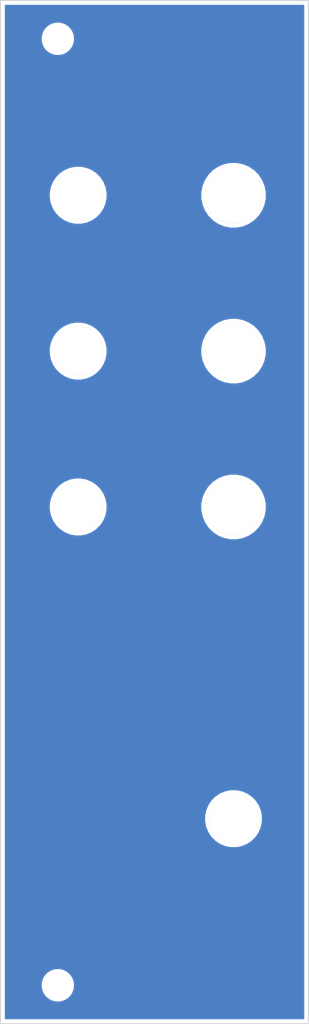
<source format=kicad_pcb>
(kicad_pcb (version 20171130) (host pcbnew 5.1.10)

  (general
    (thickness 1.6)
    (drawings 13)
    (tracks 0)
    (zones 0)
    (modules 9)
    (nets 1)
  )

  (page A4)
  (title_block
    (title pegel)
    (date 2020-09-20)
    (rev 02)
    (comment 1 "PCB for panel")
    (comment 2 "voltage controlled attenuator and ring modulator")
    (comment 4 "License CC BY 4.0 - Attribution 4.0 International")
  )

  (layers
    (0 F.Cu signal)
    (31 B.Cu signal)
    (32 B.Adhes user)
    (33 F.Adhes user)
    (34 B.Paste user)
    (35 F.Paste user)
    (36 B.SilkS user)
    (37 F.SilkS user)
    (38 B.Mask user)
    (39 F.Mask user)
    (40 Dwgs.User user)
    (41 Cmts.User user)
    (42 Eco1.User user)
    (43 Eco2.User user)
    (44 Edge.Cuts user)
    (45 Margin user)
    (46 B.CrtYd user)
    (47 F.CrtYd user)
    (48 B.Fab user)
    (49 F.Fab user)
  )

  (setup
    (last_trace_width 0.25)
    (trace_clearance 0.2)
    (zone_clearance 0.508)
    (zone_45_only no)
    (trace_min 0.2)
    (via_size 0.8)
    (via_drill 0.4)
    (via_min_size 0.4)
    (via_min_drill 0.3)
    (uvia_size 0.3)
    (uvia_drill 0.1)
    (uvias_allowed no)
    (uvia_min_size 0.2)
    (uvia_min_drill 0.1)
    (edge_width 0.05)
    (segment_width 0.2)
    (pcb_text_width 0.3)
    (pcb_text_size 1.5 1.5)
    (mod_edge_width 0.12)
    (mod_text_size 1 1)
    (mod_text_width 0.15)
    (pad_size 5 5)
    (pad_drill 0)
    (pad_to_mask_clearance 0.051)
    (solder_mask_min_width 0.25)
    (aux_axis_origin 0 0)
    (visible_elements 7FFFFFFF)
    (pcbplotparams
      (layerselection 0x010f0_ffffffff)
      (usegerberextensions false)
      (usegerberattributes false)
      (usegerberadvancedattributes false)
      (creategerberjobfile false)
      (excludeedgelayer true)
      (linewidth 0.100000)
      (plotframeref false)
      (viasonmask false)
      (mode 1)
      (useauxorigin false)
      (hpglpennumber 1)
      (hpglpenspeed 20)
      (hpglpendiameter 15.000000)
      (psnegative false)
      (psa4output false)
      (plotreference true)
      (plotvalue true)
      (plotinvisibletext false)
      (padsonsilk false)
      (subtractmaskfromsilk false)
      (outputformat 1)
      (mirror false)
      (drillshape 0)
      (scaleselection 1)
      (outputdirectory "gerbers/"))
  )

  (net 0 "")

  (net_class Default "This is the default net class."
    (clearance 0.2)
    (trace_width 0.25)
    (via_dia 0.8)
    (via_drill 0.4)
    (uvia_dia 0.3)
    (uvia_drill 0.1)
  )

  (module MountingHole:MountingHole_3.2mm_M3 (layer F.Cu) (tedit 56D1B4CB) (tstamp 5EB6B789)
    (at 32.9 153.8)
    (descr "Mounting Hole 3.2mm, no annular, M3")
    (tags "mounting hole 3.2mm no annular m3")
    (path /5EB6675B)
    (attr virtual)
    (fp_text reference H12 (at 0 -4.2) (layer F.SilkS) hide
      (effects (font (size 1 1) (thickness 0.15)))
    )
    (fp_text value MountingHole (at 0 4.2) (layer F.Fab) hide
      (effects (font (size 1 1) (thickness 0.15)))
    )
    (fp_text user %R (at 0.3 0) (layer F.Fab) hide
      (effects (font (size 1 1) (thickness 0.15)))
    )
    (fp_circle (center 0 0) (end 3.2 0) (layer Cmts.User) (width 0.15))
    (fp_circle (center 0 0) (end 3.45 0) (layer F.CrtYd) (width 0.05))
    (pad 1 np_thru_hole circle (at 0 0) (size 3.2 3.2) (drill 3.2) (layers *.Cu *.Mask))
  )

  (module MountingHole:MountingHole_3.2mm_M3 (layer F.Cu) (tedit 56D1B4CB) (tstamp 5EB6B781)
    (at 32.9 30.4)
    (descr "Mounting Hole 3.2mm, no annular, M3")
    (tags "mounting hole 3.2mm no annular m3")
    (path /5EB66265)
    (attr virtual)
    (fp_text reference H11 (at 0 -4.2) (layer F.SilkS) hide
      (effects (font (size 1 1) (thickness 0.15)))
    )
    (fp_text value MountingHole (at 0 4.2) (layer F.Fab) hide
      (effects (font (size 1 1) (thickness 0.15)))
    )
    (fp_text user %R (at 0.3 0) (layer F.Fab) hide
      (effects (font (size 1 1) (thickness 0.15)))
    )
    (fp_circle (center 0 0) (end 3.2 0) (layer Cmts.User) (width 0.15))
    (fp_circle (center 0 0) (end 3.45 0) (layer F.CrtYd) (width 0.05))
    (pad 1 np_thru_hole circle (at 0 0) (size 3.2 3.2) (drill 3.2) (layers *.Cu *.Mask))
  )

  (module elektrophon:panel_jack (layer F.Cu) (tedit 60A0E3B3) (tstamp 5D6B4C03)
    (at 55.88 132.08)
    (descr "Mounting Hole 8.4mm, no annular, M8")
    (tags "mounting hole 8.4mm no annular m8")
    (path /5D6B07F8)
    (attr virtual)
    (fp_text reference H5 (at 0 -9.4) (layer F.SilkS) hide
      (effects (font (size 1 1) (thickness 0.15)))
    )
    (fp_text value out1 (at 0 12.7) (layer F.Mask) hide
      (effects (font (size 2 1.4) (thickness 0.25)))
    )
    (fp_text user %R (at 0.3 0) (layer F.Fab) hide
      (effects (font (size 1 1) (thickness 0.15)))
    )
    (fp_circle (center 0 0) (end 4.2 0) (layer F.CrtYd) (width 0.05))
    (fp_circle (center 0 0) (end 4 0) (layer Cmts.User) (width 0.15))
    (pad "" thru_hole circle (at 0 0) (size 6.4 6.4) (drill 6.4) (layers *.Cu *.Mask))
    (model "${KIPRJMOD}/../../../lib/kicad/models/PJ301M-12 Thonkiconn v0.2.stp"
      (offset (xyz 0 0.8 -10.5))
      (scale (xyz 1 1 1))
      (rotate (xyz 0 0 0))
    )
  )

  (module elektrophon:panel_potentiometer (layer F.Cu) (tedit 60A0E3DF) (tstamp 5EADD279)
    (at 55.88 50.8)
    (descr "Mounting Hole 8.4mm, no annular, M8")
    (tags "mounting hole 8.4mm no annular m8")
    (path /5D6AFC22)
    (attr virtual)
    (fp_text reference H2 (at 0 -7.62) (layer F.SilkS) hide
      (effects (font (size 1 1) (thickness 0.15)))
    )
    (fp_text value vol1 (at 0 10.795 180) (layer F.Mask) hide
      (effects (font (size 2 1.4) (thickness 0.25)))
    )
    (fp_text user %R (at 0.3 0) (layer F.Fab) hide
      (effects (font (size 1 1) (thickness 0.15)))
    )
    (fp_circle (center 0 0) (end 6.6 0) (layer F.CrtYd) (width 0.05))
    (fp_circle (center 0 0) (end 6.35 0) (layer Cmts.User) (width 0.15))
    (pad "" thru_hole circle (at 0 0) (size 7.4 7.4) (drill 7.4) (layers *.Cu *.Mask))
    (model ${KIPRJMOD}/../../../lib/kicad/models/ALPHA-RD901F-40.step
      (offset (xyz 0 0.5 -12))
      (scale (xyz 1 1 1))
      (rotate (xyz 0 0 0))
    )
  )

  (module elektrophon:panel_jack (layer F.Cu) (tedit 60A0E3B3) (tstamp 5EADD271)
    (at 35.56 50.8)
    (descr "Mounting Hole 8.4mm, no annular, M8")
    (tags "mounting hole 8.4mm no annular m8")
    (path /5D6B047C)
    (attr virtual)
    (fp_text reference H1 (at 0 -9.4) (layer F.SilkS) hide
      (effects (font (size 1 1) (thickness 0.15)))
    )
    (fp_text value in1 (at 0 6.35) (layer F.Mask) hide
      (effects (font (size 2 1.4) (thickness 0.25)))
    )
    (fp_text user %R (at 0.3 0) (layer F.Fab) hide
      (effects (font (size 1 1) (thickness 0.15)))
    )
    (fp_circle (center 0 0) (end 4.2 0) (layer F.CrtYd) (width 0.05))
    (fp_circle (center 0 0) (end 4 0) (layer Cmts.User) (width 0.15))
    (pad "" thru_hole circle (at 0 0) (size 6.4 6.4) (drill 6.4) (layers *.Cu *.Mask))
    (model "${KIPRJMOD}/../../../lib/kicad/models/PJ301M-12 Thonkiconn v0.2.stp"
      (offset (xyz 0 0.8 -10.5))
      (scale (xyz 1 1 1))
      (rotate (xyz 0 0 0))
    )
  )

  (module elektrophon:panel_potentiometer (layer F.Cu) (tedit 60A0E3DF) (tstamp 5EADD163)
    (at 55.88 91.44)
    (descr "Mounting Hole 8.4mm, no annular, M8")
    (tags "mounting hole 8.4mm no annular m8")
    (path /5EADA36C)
    (attr virtual)
    (fp_text reference H7 (at 0 -7.62) (layer F.SilkS) hide
      (effects (font (size 1 1) (thickness 0.15)))
    )
    (fp_text value vol3 (at 0 10.795 180) (layer F.Mask) hide
      (effects (font (size 2 1.4) (thickness 0.25)))
    )
    (fp_text user %R (at 0.3 0) (layer F.Fab) hide
      (effects (font (size 1 1) (thickness 0.15)))
    )
    (fp_circle (center 0 0) (end 6.6 0) (layer F.CrtYd) (width 0.05))
    (fp_circle (center 0 0) (end 6.35 0) (layer Cmts.User) (width 0.15))
    (pad "" thru_hole circle (at 0 0) (size 7.4 7.4) (drill 7.4) (layers *.Cu *.Mask))
    (model ${KIPRJMOD}/../../../lib/kicad/models/ALPHA-RD901F-40.step
      (offset (xyz 0 0.5 -12))
      (scale (xyz 1 1 1))
      (rotate (xyz 0 0 0))
    )
  )

  (module elektrophon:panel_potentiometer (layer F.Cu) (tedit 60A0E3DF) (tstamp 5EADD15B)
    (at 55.88 71.12)
    (descr "Mounting Hole 8.4mm, no annular, M8")
    (tags "mounting hole 8.4mm no annular m8")
    (path /5EAD9687)
    (attr virtual)
    (fp_text reference H4 (at 0 -7.62) (layer F.SilkS) hide
      (effects (font (size 1 1) (thickness 0.15)))
    )
    (fp_text value vol2 (at -7.62 0 90) (layer F.Mask) hide
      (effects (font (size 2 1.4) (thickness 0.25)))
    )
    (fp_text user %R (at 0.3 0) (layer F.Fab) hide
      (effects (font (size 1 1) (thickness 0.15)))
    )
    (fp_circle (center 0 0) (end 6.6 0) (layer F.CrtYd) (width 0.05))
    (fp_circle (center 0 0) (end 6.35 0) (layer Cmts.User) (width 0.15))
    (pad "" thru_hole circle (at 0 0) (size 7.4 7.4) (drill 7.4) (layers *.Cu *.Mask))
    (model ${KIPRJMOD}/../../../lib/kicad/models/ALPHA-RD901F-40.step
      (offset (xyz 0 0.5 -12))
      (scale (xyz 1 1 1))
      (rotate (xyz 0 0 0))
    )
  )

  (module elektrophon:panel_jack (layer F.Cu) (tedit 60A0E3B3) (tstamp 5EADD12D)
    (at 35.56 91.44)
    (descr "Mounting Hole 8.4mm, no annular, M8")
    (tags "mounting hole 8.4mm no annular m8")
    (path /5EADA372)
    (attr virtual)
    (fp_text reference H6 (at 0 -9.4) (layer F.SilkS) hide
      (effects (font (size 1 1) (thickness 0.15)))
    )
    (fp_text value in3 (at 0 6.35) (layer F.Mask) hide
      (effects (font (size 2 1.4) (thickness 0.25)))
    )
    (fp_text user %R (at 0.3 0) (layer F.Fab) hide
      (effects (font (size 1 1) (thickness 0.15)))
    )
    (fp_circle (center 0 0) (end 4.2 0) (layer F.CrtYd) (width 0.05))
    (fp_circle (center 0 0) (end 4 0) (layer Cmts.User) (width 0.15))
    (pad "" thru_hole circle (at 0 0) (size 6.4 6.4) (drill 6.4) (layers *.Cu *.Mask))
    (model "${KIPRJMOD}/../../../lib/kicad/models/PJ301M-12 Thonkiconn v0.2.stp"
      (offset (xyz 0 0.8 -10.5))
      (scale (xyz 1 1 1))
      (rotate (xyz 0 0 0))
    )
  )

  (module elektrophon:panel_jack (layer F.Cu) (tedit 60A0E3B3) (tstamp 5EADD11D)
    (at 35.56 71.12)
    (descr "Mounting Hole 8.4mm, no annular, M8")
    (tags "mounting hole 8.4mm no annular m8")
    (path /5EAD968D)
    (attr virtual)
    (fp_text reference H3 (at 0 -9.4) (layer F.SilkS) hide
      (effects (font (size 1 1) (thickness 0.15)))
    )
    (fp_text value in2 (at 0 6.35) (layer F.Mask) hide
      (effects (font (size 2 1.4) (thickness 0.25)))
    )
    (fp_text user %R (at 0.3 0) (layer F.Fab) hide
      (effects (font (size 1 1) (thickness 0.15)))
    )
    (fp_circle (center 0 0) (end 4.2 0) (layer F.CrtYd) (width 0.05))
    (fp_circle (center 0 0) (end 4 0) (layer Cmts.User) (width 0.15))
    (pad "" thru_hole circle (at 0 0) (size 6.4 6.4) (drill 6.4) (layers *.Cu *.Mask))
    (model "${KIPRJMOD}/../../../lib/kicad/models/PJ301M-12 Thonkiconn v0.2.stp"
      (offset (xyz 0 0.8 -10.5))
      (scale (xyz 1 1 1))
      (rotate (xyz 0 0 0))
    )
  )

  (gr_line (start 35.56 91.44) (end 55.88 91.44) (layer F.Mask) (width 0.25))
  (gr_line (start 55.88 71.12) (end 35.56 71.12) (layer F.Mask) (width 0.25))
  (gr_line (start 35.56 50.8) (end 55.88 50.8) (layer F.Mask) (width 0.25))
  (gr_text X (at 35.56 59.96) (layer F.Mask) (tstamp 5FCB5082)
    (effects (font (size 2 1.4) (thickness 0.25)))
  )
  (gr_text Y (at 35.56 80.28) (layer F.Mask) (tstamp 5FCB5082)
    (effects (font (size 2 1.4) (thickness 0.25)))
  )
  (gr_text Z (at 35.56 100.6) (layer F.Mask) (tstamp 5FCB5082)
    (effects (font (size 2 1.4) (thickness 0.25)))
  )
  (gr_text out (at 55.88 141.24) (layer F.Mask) (tstamp 5F6A15DE)
    (effects (font (size 2 1.4) (thickness 0.25)))
  )
  (gr_text R02 (at 60.12 155.09) (layer F.Cu)
    (effects (font (size 2 1.4) (thickness 0.25)))
  )
  (gr_text pegel (at 48.26 30.48) (layer F.Mask)
    (effects (font (size 3 3) (thickness 0.35)))
  )
  (gr_line (start 65.7 158.8) (end 25.4 158.8) (layer Edge.Cuts) (width 0.12))
  (gr_line (start 65.7 25.4) (end 65.7 158.8) (layer Edge.Cuts) (width 0.12))
  (gr_line (start 25.4 25.4) (end 25.4 158.8) (layer Edge.Cuts) (width 0.12))
  (gr_line (start 25.4 25.4) (end 65.7 25.4) (layer Edge.Cuts) (width 0.12))

  (zone (net 0) (net_name "") (layer B.Cu) (tstamp 5FCB50E7) (hatch edge 0.508)
    (connect_pads (clearance 0.508))
    (min_thickness 0.254)
    (fill yes (arc_segments 32) (thermal_gap 0.508) (thermal_bridge_width 0.508))
    (polygon
      (pts
        (xy 65.659 158.75) (xy 25.4 158.75) (xy 25.3365 25.4) (xy 65.659 25.4)
      )
    )
    (filled_polygon
      (pts
        (xy 65.005001 158.105) (xy 26.095 158.105) (xy 26.095 153.579872) (xy 30.665 153.579872) (xy 30.665 154.020128)
        (xy 30.75089 154.451925) (xy 30.919369 154.858669) (xy 31.163962 155.224729) (xy 31.475271 155.536038) (xy 31.841331 155.780631)
        (xy 32.248075 155.94911) (xy 32.679872 156.035) (xy 33.120128 156.035) (xy 33.551925 155.94911) (xy 33.958669 155.780631)
        (xy 34.324729 155.536038) (xy 34.636038 155.224729) (xy 34.880631 154.858669) (xy 35.04911 154.451925) (xy 35.135 154.020128)
        (xy 35.135 153.579872) (xy 35.04911 153.148075) (xy 34.880631 152.741331) (xy 34.636038 152.375271) (xy 34.324729 152.063962)
        (xy 33.958669 151.819369) (xy 33.551925 151.65089) (xy 33.120128 151.565) (xy 32.679872 151.565) (xy 32.248075 151.65089)
        (xy 31.841331 151.819369) (xy 31.475271 152.063962) (xy 31.163962 152.375271) (xy 30.919369 152.741331) (xy 30.75089 153.148075)
        (xy 30.665 153.579872) (xy 26.095 153.579872) (xy 26.095 131.702285) (xy 52.045 131.702285) (xy 52.045 132.457715)
        (xy 52.192377 133.198628) (xy 52.481467 133.896554) (xy 52.901161 134.52467) (xy 53.43533 135.058839) (xy 54.063446 135.478533)
        (xy 54.761372 135.767623) (xy 55.502285 135.915) (xy 56.257715 135.915) (xy 56.998628 135.767623) (xy 57.696554 135.478533)
        (xy 58.32467 135.058839) (xy 58.858839 134.52467) (xy 59.278533 133.896554) (xy 59.567623 133.198628) (xy 59.715 132.457715)
        (xy 59.715 131.702285) (xy 59.567623 130.961372) (xy 59.278533 130.263446) (xy 58.858839 129.63533) (xy 58.32467 129.101161)
        (xy 57.696554 128.681467) (xy 56.998628 128.392377) (xy 56.257715 128.245) (xy 55.502285 128.245) (xy 54.761372 128.392377)
        (xy 54.063446 128.681467) (xy 53.43533 129.101161) (xy 52.901161 129.63533) (xy 52.481467 130.263446) (xy 52.192377 130.961372)
        (xy 52.045 131.702285) (xy 26.095 131.702285) (xy 26.095 91.062285) (xy 31.725 91.062285) (xy 31.725 91.817715)
        (xy 31.872377 92.558628) (xy 32.161467 93.256554) (xy 32.581161 93.88467) (xy 33.11533 94.418839) (xy 33.743446 94.838533)
        (xy 34.441372 95.127623) (xy 35.182285 95.275) (xy 35.937715 95.275) (xy 36.678628 95.127623) (xy 37.376554 94.838533)
        (xy 38.00467 94.418839) (xy 38.538839 93.88467) (xy 38.958533 93.256554) (xy 39.247623 92.558628) (xy 39.395 91.817715)
        (xy 39.395 91.062285) (xy 39.385205 91.01304) (xy 51.545 91.01304) (xy 51.545 91.86696) (xy 51.711592 92.704473)
        (xy 52.038373 93.493392) (xy 52.512786 94.203401) (xy 53.116599 94.807214) (xy 53.826608 95.281627) (xy 54.615527 95.608408)
        (xy 55.45304 95.775) (xy 56.30696 95.775) (xy 57.144473 95.608408) (xy 57.933392 95.281627) (xy 58.643401 94.807214)
        (xy 59.247214 94.203401) (xy 59.721627 93.493392) (xy 60.048408 92.704473) (xy 60.215 91.86696) (xy 60.215 91.01304)
        (xy 60.048408 90.175527) (xy 59.721627 89.386608) (xy 59.247214 88.676599) (xy 58.643401 88.072786) (xy 57.933392 87.598373)
        (xy 57.144473 87.271592) (xy 56.30696 87.105) (xy 55.45304 87.105) (xy 54.615527 87.271592) (xy 53.826608 87.598373)
        (xy 53.116599 88.072786) (xy 52.512786 88.676599) (xy 52.038373 89.386608) (xy 51.711592 90.175527) (xy 51.545 91.01304)
        (xy 39.385205 91.01304) (xy 39.247623 90.321372) (xy 38.958533 89.623446) (xy 38.538839 88.99533) (xy 38.00467 88.461161)
        (xy 37.376554 88.041467) (xy 36.678628 87.752377) (xy 35.937715 87.605) (xy 35.182285 87.605) (xy 34.441372 87.752377)
        (xy 33.743446 88.041467) (xy 33.11533 88.461161) (xy 32.581161 88.99533) (xy 32.161467 89.623446) (xy 31.872377 90.321372)
        (xy 31.725 91.062285) (xy 26.095 91.062285) (xy 26.095 70.742285) (xy 31.725 70.742285) (xy 31.725 71.497715)
        (xy 31.872377 72.238628) (xy 32.161467 72.936554) (xy 32.581161 73.56467) (xy 33.11533 74.098839) (xy 33.743446 74.518533)
        (xy 34.441372 74.807623) (xy 35.182285 74.955) (xy 35.937715 74.955) (xy 36.678628 74.807623) (xy 37.376554 74.518533)
        (xy 38.00467 74.098839) (xy 38.538839 73.56467) (xy 38.958533 72.936554) (xy 39.247623 72.238628) (xy 39.395 71.497715)
        (xy 39.395 70.742285) (xy 39.385205 70.69304) (xy 51.545 70.69304) (xy 51.545 71.54696) (xy 51.711592 72.384473)
        (xy 52.038373 73.173392) (xy 52.512786 73.883401) (xy 53.116599 74.487214) (xy 53.826608 74.961627) (xy 54.615527 75.288408)
        (xy 55.45304 75.455) (xy 56.30696 75.455) (xy 57.144473 75.288408) (xy 57.933392 74.961627) (xy 58.643401 74.487214)
        (xy 59.247214 73.883401) (xy 59.721627 73.173392) (xy 60.048408 72.384473) (xy 60.215 71.54696) (xy 60.215 70.69304)
        (xy 60.048408 69.855527) (xy 59.721627 69.066608) (xy 59.247214 68.356599) (xy 58.643401 67.752786) (xy 57.933392 67.278373)
        (xy 57.144473 66.951592) (xy 56.30696 66.785) (xy 55.45304 66.785) (xy 54.615527 66.951592) (xy 53.826608 67.278373)
        (xy 53.116599 67.752786) (xy 52.512786 68.356599) (xy 52.038373 69.066608) (xy 51.711592 69.855527) (xy 51.545 70.69304)
        (xy 39.385205 70.69304) (xy 39.247623 70.001372) (xy 38.958533 69.303446) (xy 38.538839 68.67533) (xy 38.00467 68.141161)
        (xy 37.376554 67.721467) (xy 36.678628 67.432377) (xy 35.937715 67.285) (xy 35.182285 67.285) (xy 34.441372 67.432377)
        (xy 33.743446 67.721467) (xy 33.11533 68.141161) (xy 32.581161 68.67533) (xy 32.161467 69.303446) (xy 31.872377 70.001372)
        (xy 31.725 70.742285) (xy 26.095 70.742285) (xy 26.095 50.422285) (xy 31.725 50.422285) (xy 31.725 51.177715)
        (xy 31.872377 51.918628) (xy 32.161467 52.616554) (xy 32.581161 53.24467) (xy 33.11533 53.778839) (xy 33.743446 54.198533)
        (xy 34.441372 54.487623) (xy 35.182285 54.635) (xy 35.937715 54.635) (xy 36.678628 54.487623) (xy 37.376554 54.198533)
        (xy 38.00467 53.778839) (xy 38.538839 53.24467) (xy 38.958533 52.616554) (xy 39.247623 51.918628) (xy 39.395 51.177715)
        (xy 39.395 50.422285) (xy 39.385205 50.37304) (xy 51.545 50.37304) (xy 51.545 51.22696) (xy 51.711592 52.064473)
        (xy 52.038373 52.853392) (xy 52.512786 53.563401) (xy 53.116599 54.167214) (xy 53.826608 54.641627) (xy 54.615527 54.968408)
        (xy 55.45304 55.135) (xy 56.30696 55.135) (xy 57.144473 54.968408) (xy 57.933392 54.641627) (xy 58.643401 54.167214)
        (xy 59.247214 53.563401) (xy 59.721627 52.853392) (xy 60.048408 52.064473) (xy 60.215 51.22696) (xy 60.215 50.37304)
        (xy 60.048408 49.535527) (xy 59.721627 48.746608) (xy 59.247214 48.036599) (xy 58.643401 47.432786) (xy 57.933392 46.958373)
        (xy 57.144473 46.631592) (xy 56.30696 46.465) (xy 55.45304 46.465) (xy 54.615527 46.631592) (xy 53.826608 46.958373)
        (xy 53.116599 47.432786) (xy 52.512786 48.036599) (xy 52.038373 48.746608) (xy 51.711592 49.535527) (xy 51.545 50.37304)
        (xy 39.385205 50.37304) (xy 39.247623 49.681372) (xy 38.958533 48.983446) (xy 38.538839 48.35533) (xy 38.00467 47.821161)
        (xy 37.376554 47.401467) (xy 36.678628 47.112377) (xy 35.937715 46.965) (xy 35.182285 46.965) (xy 34.441372 47.112377)
        (xy 33.743446 47.401467) (xy 33.11533 47.821161) (xy 32.581161 48.35533) (xy 32.161467 48.983446) (xy 31.872377 49.681372)
        (xy 31.725 50.422285) (xy 26.095 50.422285) (xy 26.095 30.179872) (xy 30.665 30.179872) (xy 30.665 30.620128)
        (xy 30.75089 31.051925) (xy 30.919369 31.458669) (xy 31.163962 31.824729) (xy 31.475271 32.136038) (xy 31.841331 32.380631)
        (xy 32.248075 32.54911) (xy 32.679872 32.635) (xy 33.120128 32.635) (xy 33.551925 32.54911) (xy 33.958669 32.380631)
        (xy 34.324729 32.136038) (xy 34.636038 31.824729) (xy 34.880631 31.458669) (xy 35.04911 31.051925) (xy 35.135 30.620128)
        (xy 35.135 30.179872) (xy 35.04911 29.748075) (xy 34.880631 29.341331) (xy 34.636038 28.975271) (xy 34.324729 28.663962)
        (xy 33.958669 28.419369) (xy 33.551925 28.25089) (xy 33.120128 28.165) (xy 32.679872 28.165) (xy 32.248075 28.25089)
        (xy 31.841331 28.419369) (xy 31.475271 28.663962) (xy 31.163962 28.975271) (xy 30.919369 29.341331) (xy 30.75089 29.748075)
        (xy 30.665 30.179872) (xy 26.095 30.179872) (xy 26.095 26.095) (xy 65.005 26.095)
      )
    )
  )
)

</source>
